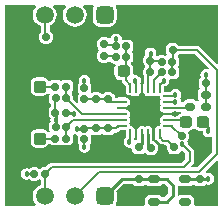
<source format=gtl>
G04*
G04 #@! TF.GenerationSoftware,Altium Limited,Altium Designer,19.1.8 (144)*
G04*
G04 Layer_Physical_Order=1*
G04 Layer_Color=255*
%FSLAX25Y25*%
%MOIN*%
G70*
G01*
G75*
G04:AMPARAMS|DCode=14|XSize=23.62mil|YSize=23.62mil|CornerRadius=5.91mil|HoleSize=0mil|Usage=FLASHONLY|Rotation=270.000|XOffset=0mil|YOffset=0mil|HoleType=Round|Shape=RoundedRectangle|*
%AMROUNDEDRECTD14*
21,1,0.02362,0.01181,0,0,270.0*
21,1,0.01181,0.02362,0,0,270.0*
1,1,0.01181,-0.00591,-0.00591*
1,1,0.01181,-0.00591,0.00591*
1,1,0.01181,0.00591,0.00591*
1,1,0.01181,0.00591,-0.00591*
%
%ADD14ROUNDEDRECTD14*%
G04:AMPARAMS|DCode=15|XSize=25.2mil|YSize=25.2mil|CornerRadius=6.3mil|HoleSize=0mil|Usage=FLASHONLY|Rotation=90.000|XOffset=0mil|YOffset=0mil|HoleType=Round|Shape=RoundedRectangle|*
%AMROUNDEDRECTD15*
21,1,0.02520,0.01260,0,0,90.0*
21,1,0.01260,0.02520,0,0,90.0*
1,1,0.01260,0.00630,0.00630*
1,1,0.01260,0.00630,-0.00630*
1,1,0.01260,-0.00630,-0.00630*
1,1,0.01260,-0.00630,0.00630*
%
%ADD15ROUNDEDRECTD15*%
G04:AMPARAMS|DCode=16|XSize=37.4mil|YSize=41.34mil|CornerRadius=9.35mil|HoleSize=0mil|Usage=FLASHONLY|Rotation=90.000|XOffset=0mil|YOffset=0mil|HoleType=Round|Shape=RoundedRectangle|*
%AMROUNDEDRECTD16*
21,1,0.03740,0.02264,0,0,90.0*
21,1,0.01870,0.04134,0,0,90.0*
1,1,0.01870,0.01132,0.00935*
1,1,0.01870,0.01132,-0.00935*
1,1,0.01870,-0.01132,-0.00935*
1,1,0.01870,-0.01132,0.00935*
%
%ADD16ROUNDEDRECTD16*%
G04:AMPARAMS|DCode=17|XSize=31.5mil|YSize=27.56mil|CornerRadius=6.89mil|HoleSize=0mil|Usage=FLASHONLY|Rotation=180.000|XOffset=0mil|YOffset=0mil|HoleType=Round|Shape=RoundedRectangle|*
%AMROUNDEDRECTD17*
21,1,0.03150,0.01378,0,0,180.0*
21,1,0.01772,0.02756,0,0,180.0*
1,1,0.01378,-0.00886,0.00689*
1,1,0.01378,0.00886,0.00689*
1,1,0.01378,0.00886,-0.00689*
1,1,0.01378,-0.00886,-0.00689*
%
%ADD17ROUNDEDRECTD17*%
G04:AMPARAMS|DCode=18|XSize=25.2mil|YSize=25.2mil|CornerRadius=6.3mil|HoleSize=0mil|Usage=FLASHONLY|Rotation=180.000|XOffset=0mil|YOffset=0mil|HoleType=Round|Shape=RoundedRectangle|*
%AMROUNDEDRECTD18*
21,1,0.02520,0.01260,0,0,180.0*
21,1,0.01260,0.02520,0,0,180.0*
1,1,0.01260,-0.00630,0.00630*
1,1,0.01260,0.00630,0.00630*
1,1,0.01260,0.00630,-0.00630*
1,1,0.01260,-0.00630,-0.00630*
%
%ADD18ROUNDEDRECTD18*%
G04:AMPARAMS|DCode=19|XSize=25.2mil|YSize=24.8mil|CornerRadius=6.2mil|HoleSize=0mil|Usage=FLASHONLY|Rotation=270.000|XOffset=0mil|YOffset=0mil|HoleType=Round|Shape=RoundedRectangle|*
%AMROUNDEDRECTD19*
21,1,0.02520,0.01240,0,0,270.0*
21,1,0.01280,0.02480,0,0,270.0*
1,1,0.01240,-0.00620,-0.00640*
1,1,0.01240,-0.00620,0.00640*
1,1,0.01240,0.00620,0.00640*
1,1,0.01240,0.00620,-0.00640*
%
%ADD19ROUNDEDRECTD19*%
G04:AMPARAMS|DCode=20|XSize=23.62mil|YSize=39.37mil|CornerRadius=5.91mil|HoleSize=0mil|Usage=FLASHONLY|Rotation=90.000|XOffset=0mil|YOffset=0mil|HoleType=Round|Shape=RoundedRectangle|*
%AMROUNDEDRECTD20*
21,1,0.02362,0.02756,0,0,90.0*
21,1,0.01181,0.03937,0,0,90.0*
1,1,0.01181,0.01378,0.00591*
1,1,0.01181,0.01378,-0.00591*
1,1,0.01181,-0.01378,-0.00591*
1,1,0.01181,-0.01378,0.00591*
%
%ADD20ROUNDEDRECTD20*%
G04:AMPARAMS|DCode=21|XSize=25.2mil|YSize=24.8mil|CornerRadius=6.2mil|HoleSize=0mil|Usage=FLASHONLY|Rotation=180.000|XOffset=0mil|YOffset=0mil|HoleType=Round|Shape=RoundedRectangle|*
%AMROUNDEDRECTD21*
21,1,0.02520,0.01240,0,0,180.0*
21,1,0.01280,0.02480,0,0,180.0*
1,1,0.01240,-0.00640,0.00620*
1,1,0.01240,0.00640,0.00620*
1,1,0.01240,0.00640,-0.00620*
1,1,0.01240,-0.00640,-0.00620*
%
%ADD21ROUNDEDRECTD21*%
%ADD22O,0.00984X0.03347*%
%ADD23O,0.03347X0.00984*%
G04:AMPARAMS|DCode=24|XSize=23.62mil|YSize=23.62mil|CornerRadius=5.91mil|HoleSize=0mil|Usage=FLASHONLY|Rotation=0.000|XOffset=0mil|YOffset=0mil|HoleType=Round|Shape=RoundedRectangle|*
%AMROUNDEDRECTD24*
21,1,0.02362,0.01181,0,0,0.0*
21,1,0.01181,0.02362,0,0,0.0*
1,1,0.01181,0.00591,-0.00591*
1,1,0.01181,-0.00591,-0.00591*
1,1,0.01181,-0.00591,0.00591*
1,1,0.01181,0.00591,0.00591*
%
%ADD24ROUNDEDRECTD24*%
G04:AMPARAMS|DCode=25|XSize=41.34mil|YSize=41.34mil|CornerRadius=10.34mil|HoleSize=0mil|Usage=FLASHONLY|Rotation=0.000|XOffset=0mil|YOffset=0mil|HoleType=Round|Shape=RoundedRectangle|*
%AMROUNDEDRECTD25*
21,1,0.04134,0.02067,0,0,0.0*
21,1,0.02067,0.04134,0,0,0.0*
1,1,0.02067,0.01034,-0.01034*
1,1,0.02067,-0.01034,-0.01034*
1,1,0.02067,-0.01034,0.01034*
1,1,0.02067,0.01034,0.01034*
%
%ADD25ROUNDEDRECTD25*%
G04:AMPARAMS|DCode=26|XSize=86.61mil|YSize=41.34mil|CornerRadius=10.34mil|HoleSize=0mil|Usage=FLASHONLY|Rotation=0.000|XOffset=0mil|YOffset=0mil|HoleType=Round|Shape=RoundedRectangle|*
%AMROUNDEDRECTD26*
21,1,0.08661,0.02067,0,0,0.0*
21,1,0.06594,0.04134,0,0,0.0*
1,1,0.02067,0.03297,-0.01034*
1,1,0.02067,-0.03297,-0.01034*
1,1,0.02067,-0.03297,0.01034*
1,1,0.02067,0.03297,0.01034*
%
%ADD26ROUNDEDRECTD26*%
G04:AMPARAMS|DCode=27|XSize=90.55mil|YSize=90.55mil|CornerRadius=4.53mil|HoleSize=0mil|Usage=FLASHONLY|Rotation=0.000|XOffset=0mil|YOffset=0mil|HoleType=Round|Shape=RoundedRectangle|*
%AMROUNDEDRECTD27*
21,1,0.09055,0.08150,0,0,0.0*
21,1,0.08150,0.09055,0,0,0.0*
1,1,0.00906,0.04075,-0.04075*
1,1,0.00906,-0.04075,-0.04075*
1,1,0.00906,-0.04075,0.04075*
1,1,0.00906,0.04075,0.04075*
%
%ADD27ROUNDEDRECTD27*%
G04:AMPARAMS|DCode=28|XSize=59.06mil|YSize=59.06mil|CornerRadius=14.76mil|HoleSize=0mil|Usage=FLASHONLY|Rotation=180.000|XOffset=0mil|YOffset=0mil|HoleType=Round|Shape=RoundedRectangle|*
%AMROUNDEDRECTD28*
21,1,0.05906,0.02953,0,0,180.0*
21,1,0.02953,0.05906,0,0,180.0*
1,1,0.02953,-0.01476,0.01476*
1,1,0.02953,0.01476,0.01476*
1,1,0.02953,0.01476,-0.01476*
1,1,0.02953,-0.01476,-0.01476*
%
%ADD28ROUNDEDRECTD28*%
%ADD29C,0.05906*%
%ADD30C,0.00800*%
%ADD31C,0.01000*%
%ADD32C,0.00500*%
%ADD33C,0.01800*%
G36*
X72835Y49522D02*
X72373Y49331D01*
X66757Y54946D01*
X66294Y55256D01*
X65748Y55364D01*
X65748Y55364D01*
X59774D01*
X59522Y55742D01*
X58982Y56102D01*
X58346Y56229D01*
X57087D01*
X56451Y56102D01*
X55911Y55742D01*
X55551Y55203D01*
X55425Y54567D01*
Y53307D01*
X55551Y52671D01*
X55695Y52456D01*
X55362Y52107D01*
X55338Y52090D01*
X54724Y52212D01*
X53543D01*
X52923Y52089D01*
X52780Y51993D01*
X52628Y51995D01*
X52254Y52368D01*
X52331Y52756D01*
X52184Y53497D01*
X51763Y54126D01*
X51135Y54546D01*
X50394Y54693D01*
X49652Y54546D01*
X49024Y54126D01*
X48604Y53497D01*
X48456Y52756D01*
X48551Y52279D01*
X48431Y52199D01*
X48071Y51660D01*
X47945Y51024D01*
Y49764D01*
X48071Y49128D01*
X48431Y48589D01*
Y48262D01*
X48071Y47723D01*
X47945Y47087D01*
Y45827D01*
X48071Y45191D01*
X48100Y45147D01*
Y42988D01*
X48087Y42968D01*
X47971Y42386D01*
Y40024D01*
X48087Y39441D01*
X48416Y38948D01*
X48910Y38618D01*
X49492Y38502D01*
X50074Y38618D01*
X50476Y38887D01*
X50878Y38618D01*
X51461Y38502D01*
X52043Y38618D01*
X52445Y38887D01*
X52847Y38618D01*
X53392Y38510D01*
X53500Y37965D01*
X53769Y37563D01*
X53500Y37161D01*
X53384Y36579D01*
X53500Y35996D01*
X53769Y35594D01*
X53500Y35192D01*
X53384Y34610D01*
X53500Y34028D01*
X53830Y33535D01*
X54323Y33205D01*
X54905Y33089D01*
X57268D01*
X57850Y33205D01*
X57870Y33218D01*
X60366D01*
X60415Y32718D01*
X60219Y32679D01*
X59579Y32251D01*
X59455Y32065D01*
X57870D01*
X57850Y32079D01*
X57268Y32195D01*
X54905D01*
X54323Y32079D01*
X53830Y31749D01*
X53500Y31255D01*
X53384Y30673D01*
X53500Y30091D01*
X53769Y29689D01*
X53500Y29287D01*
X53392Y28742D01*
X52847Y28634D01*
X52353Y28304D01*
X52024Y27811D01*
X51908Y27228D01*
Y24866D01*
X52024Y24284D01*
X52353Y23790D01*
X52754Y23523D01*
X53664Y22613D01*
X53664Y22613D01*
X54127Y22303D01*
X54673Y22195D01*
X54673Y22195D01*
X55550D01*
X55976Y21769D01*
Y20866D01*
X56102Y20230D01*
X56463Y19691D01*
X57002Y19331D01*
X57638Y19204D01*
X58898D01*
X59534Y19331D01*
X60073Y19691D01*
X60433Y20230D01*
X60469Y20411D01*
X60988Y20458D01*
X61958Y19488D01*
Y17520D01*
X60826Y16388D01*
X17520D01*
X17520Y16388D01*
X16973Y16279D01*
X16510Y15970D01*
X16510Y15970D01*
X15351Y14811D01*
X14567D01*
X13946Y14687D01*
X13420Y14336D01*
X13351D01*
X12825Y14687D01*
X12205Y14811D01*
X11024D01*
X10403Y14687D01*
X9877Y14336D01*
X9875Y14335D01*
X9797Y14388D01*
X9055Y14536D01*
X8314Y14388D01*
X7685Y13968D01*
X7265Y13340D01*
X7118Y12598D01*
X7265Y11857D01*
X7685Y11229D01*
X8314Y10809D01*
X9055Y10661D01*
X9797Y10809D01*
X9875Y10862D01*
X9877Y10861D01*
X10403Y10510D01*
X11024Y10386D01*
X12205D01*
X12825Y10510D01*
X13351Y10861D01*
X13420D01*
X13887Y10549D01*
Y8903D01*
X13085Y8571D01*
X12260Y7937D01*
X11626Y7112D01*
X11228Y6150D01*
X11092Y5118D01*
X11228Y4086D01*
X11626Y3125D01*
X12129Y2468D01*
X11908Y1969D01*
X1969D01*
Y68898D01*
X11908D01*
X12129Y68398D01*
X11626Y67742D01*
X11228Y66780D01*
X11092Y65748D01*
X11228Y64716D01*
X11626Y63755D01*
X12260Y62929D01*
X13085Y62295D01*
X13887Y61963D01*
Y60054D01*
X13814Y60005D01*
X13462Y59479D01*
X13339Y58858D01*
Y57677D01*
X13462Y57057D01*
X13814Y56530D01*
X14340Y56179D01*
X14961Y56055D01*
X16142D01*
X16762Y56179D01*
X17289Y56530D01*
X17640Y57057D01*
X17763Y57677D01*
Y58858D01*
X17640Y59479D01*
X17289Y60005D01*
X16762Y60356D01*
X16742Y60360D01*
Y62159D01*
X17072Y62295D01*
X17898Y62929D01*
X18531Y63755D01*
X18930Y64716D01*
X19066Y65748D01*
X18930Y66780D01*
X18531Y67742D01*
X18028Y68398D01*
X18249Y68898D01*
X21908D01*
X22129Y68398D01*
X21626Y67742D01*
X21228Y66780D01*
X21092Y65748D01*
X21228Y64716D01*
X21626Y63755D01*
X22260Y62929D01*
X23085Y62295D01*
X24047Y61897D01*
X25079Y61761D01*
X26111Y61897D01*
X27072Y62295D01*
X27898Y62929D01*
X28532Y63755D01*
X28930Y64716D01*
X29066Y65748D01*
X28930Y66780D01*
X28532Y67742D01*
X28028Y68398D01*
X28249Y68898D01*
X31212D01*
X31447Y68457D01*
X31270Y68191D01*
X31078Y67224D01*
Y64272D01*
X31270Y63305D01*
X31817Y62486D01*
X32636Y61939D01*
X33602Y61747D01*
X36555D01*
X37521Y61939D01*
X38340Y62486D01*
X38888Y63305D01*
X39080Y64272D01*
Y67224D01*
X38888Y68191D01*
X38710Y68457D01*
X38946Y68898D01*
X72835D01*
Y49522D01*
D02*
G37*
G36*
X69712Y47954D02*
X69466Y47493D01*
X68898Y47607D01*
X68156Y47459D01*
X67528Y47039D01*
X67108Y46411D01*
X66960Y45669D01*
X67108Y44928D01*
X67086Y44819D01*
X66935Y44718D01*
X66575Y44179D01*
X66448Y43543D01*
Y42283D01*
X66575Y41647D01*
X66935Y41109D01*
X66597Y40883D01*
X66224Y40324D01*
X66093Y39665D01*
Y38287D01*
X66224Y37628D01*
X66523Y37181D01*
X66375Y36874D01*
X66294Y36803D01*
X65747Y36854D01*
X65686Y36946D01*
X65127Y37319D01*
X64468Y37450D01*
X62697D01*
X62038Y37319D01*
X61479Y36946D01*
X61181Y36500D01*
X61081Y36478D01*
X60996Y36502D01*
X60556Y36827D01*
X60451Y37356D01*
X60157Y37795D01*
X60451Y38235D01*
X60599Y38976D01*
X60451Y39718D01*
X60031Y40346D01*
X59403Y40766D01*
X58661Y40914D01*
X57920Y40766D01*
X57292Y40346D01*
X57106Y40069D01*
X54950D01*
Y41809D01*
X55466Y41911D01*
X56094Y42331D01*
X56514Y42959D01*
X56662Y43701D01*
X56619Y43913D01*
X56973Y44267D01*
X57087Y44244D01*
X58268D01*
X58888Y44368D01*
X59414Y44719D01*
X59766Y45246D01*
X59889Y45866D01*
Y47047D01*
X59766Y47668D01*
X59414Y48194D01*
Y48263D01*
X59766Y48789D01*
X59889Y49409D01*
Y50591D01*
X59766Y51211D01*
X59543Y51545D01*
X59522Y52114D01*
X59831Y52510D01*
X65157D01*
X69712Y47954D01*
D02*
G37*
G36*
X65288Y27591D02*
X65928Y27163D01*
X66683Y27013D01*
X67550D01*
X67748Y26772D01*
X67895Y26030D01*
X68315Y25402D01*
X68944Y24982D01*
X69685Y24834D01*
X70426Y24982D01*
X70573Y25080D01*
X71013Y24844D01*
Y19883D01*
X65944Y14813D01*
X63942D01*
X63751Y15275D01*
X64395Y15920D01*
X64395Y15920D01*
X64705Y16383D01*
X64813Y16929D01*
Y20079D01*
X64813Y20079D01*
X64705Y20625D01*
X64395Y21088D01*
X62941Y22543D01*
X62813Y23182D01*
X62596Y23507D01*
X62916Y23986D01*
X63039Y24606D01*
Y25787D01*
X62916Y26408D01*
X62845Y26513D01*
X63112Y27013D01*
X63238D01*
X63993Y27163D01*
X64633Y27591D01*
X64711Y27707D01*
X65211D01*
X65288Y27591D01*
D02*
G37*
G36*
X72835Y17013D02*
Y1969D01*
X65328D01*
X64950Y2468D01*
X65008Y2756D01*
Y3937D01*
X64884Y4558D01*
X64533Y5084D01*
X64006Y5435D01*
X63386Y5559D01*
X60630D01*
X60009Y5435D01*
X59881Y5350D01*
X59677Y5419D01*
X59403Y5632D01*
Y8541D01*
X59677Y8754D01*
X59881Y8824D01*
X60009Y8738D01*
X60630Y8614D01*
X63386D01*
X64006Y8738D01*
X64520Y9081D01*
X64536Y9089D01*
X65116Y9073D01*
X65124Y9061D01*
X65663Y8701D01*
X66299Y8574D01*
X67559D01*
X68195Y8701D01*
X68734Y9061D01*
X68835Y9212D01*
X68944Y9234D01*
X69685Y9086D01*
X70426Y9234D01*
X71055Y9654D01*
X71475Y10282D01*
X71622Y11024D01*
X71475Y11765D01*
X71055Y12393D01*
X70426Y12813D01*
X69685Y12961D01*
X69013Y12827D01*
X68841Y12883D01*
X68771Y12930D01*
X68711Y13543D01*
X72373Y17204D01*
X72835Y17013D01*
D02*
G37*
G36*
X44652Y9061D02*
X45191Y8701D01*
X45827Y8574D01*
X47087D01*
X47723Y8701D01*
X48262Y9061D01*
X48277Y9083D01*
X48852Y9089D01*
X48858Y9086D01*
X49379Y8738D01*
X50000Y8614D01*
X52756D01*
X53377Y8738D01*
X53903Y9089D01*
X54041Y9297D01*
X55075D01*
X56345Y8028D01*
Y6145D01*
X55075Y4876D01*
X54041D01*
X53903Y5084D01*
X53377Y5435D01*
X52756Y5559D01*
X50000D01*
X49379Y5435D01*
X48853Y5084D01*
X48502Y4558D01*
X48378Y3937D01*
Y2756D01*
X48436Y2468D01*
X48058Y1969D01*
X38946D01*
X38710Y2410D01*
X38888Y2675D01*
X39080Y3642D01*
Y6594D01*
X39020Y6896D01*
X41460Y9337D01*
X44467D01*
X44652Y9061D01*
D02*
G37*
%LPC*%
G36*
X38976Y59417D02*
X38235Y59270D01*
X37607Y58850D01*
X37187Y58222D01*
X37132Y57945D01*
X36969Y57859D01*
X36588Y57776D01*
X36148Y58071D01*
X35512Y58197D01*
X34252D01*
X33616Y58071D01*
X33077Y57710D01*
X32717Y57171D01*
X32590Y56535D01*
Y55276D01*
X32717Y54640D01*
X32950Y54290D01*
X33037Y53937D01*
X32950Y53584D01*
X32717Y53234D01*
X32590Y52598D01*
Y51339D01*
X32717Y50703D01*
X33077Y50164D01*
X33616Y49803D01*
X34252Y49677D01*
X35512D01*
X36148Y49803D01*
X36687Y50164D01*
X36825D01*
X37042Y49837D01*
X37568Y49486D01*
X38189Y49362D01*
X38430D01*
X38698Y48862D01*
X38482Y48540D01*
X38332Y47785D01*
Y45915D01*
X38482Y45160D01*
X38910Y44520D01*
X39550Y44093D01*
X40218Y43960D01*
X40699Y43846D01*
X40807Y43300D01*
X41117Y42837D01*
X42065Y41888D01*
Y40024D01*
X42181Y39441D01*
X42511Y38948D01*
X43004Y38618D01*
X43587Y38502D01*
X44169Y38618D01*
X44571Y38887D01*
X44973Y38618D01*
X45555Y38502D01*
X46137Y38618D01*
X46631Y38948D01*
X46961Y39441D01*
X47076Y40024D01*
Y42386D01*
X46986Y42841D01*
X47065Y42959D01*
X47213Y43701D01*
X47065Y44442D01*
X46645Y45071D01*
X46017Y45491D01*
X45276Y45638D01*
X44985Y45580D01*
X44720Y45781D01*
X44542Y46002D01*
Y47785D01*
X44392Y48540D01*
X43968Y49175D01*
X43964Y49181D01*
X43970Y49778D01*
X44060Y49837D01*
X44412Y50364D01*
X44535Y50984D01*
Y52165D01*
X44412Y52786D01*
X44060Y53312D01*
Y53381D01*
X44412Y53907D01*
X44535Y54528D01*
Y55709D01*
X44412Y56329D01*
X44060Y56855D01*
X43534Y57207D01*
X42913Y57330D01*
X41732D01*
X41380Y57260D01*
X41256Y57319D01*
X40899Y57603D01*
X40883Y57632D01*
X40766Y58222D01*
X40346Y58850D01*
X39718Y59270D01*
X38976Y59417D01*
D02*
G37*
G36*
X28346Y45638D02*
X27605Y45491D01*
X26977Y45071D01*
X26557Y44442D01*
X26409Y43701D01*
X26557Y42959D01*
X26610Y42880D01*
X26609Y42879D01*
X26258Y42353D01*
X26134Y41732D01*
Y40551D01*
X26258Y39931D01*
X26609Y39404D01*
Y39336D01*
X26258Y38810D01*
X26134Y38189D01*
Y37008D01*
X26228Y36537D01*
X25767Y36291D01*
X24456Y37602D01*
Y38386D01*
X24333Y39006D01*
X24110Y39340D01*
X24089Y39927D01*
X24449Y40466D01*
X24575Y41102D01*
Y42362D01*
X24449Y42998D01*
X24089Y43537D01*
X23549Y43898D01*
X22913Y44024D01*
X21654D01*
X21018Y43898D01*
X20479Y43537D01*
X20466D01*
X19927Y43898D01*
X19291Y44024D01*
X18032D01*
X17395Y43898D01*
X16937Y43591D01*
X16717Y43577D01*
X16351Y43682D01*
X15984Y44232D01*
X15311Y44681D01*
X14518Y44839D01*
X12451D01*
X11657Y44681D01*
X10985Y44232D01*
X10535Y43559D01*
X10378Y42766D01*
Y40699D01*
X10535Y39905D01*
X10985Y39233D01*
X11657Y38783D01*
X12451Y38625D01*
X14518D01*
X15311Y38783D01*
X15984Y39233D01*
X16147Y39477D01*
X16641Y39556D01*
X16837Y39402D01*
X16835Y39340D01*
X16612Y39006D01*
X16488Y38386D01*
Y37205D01*
X16612Y36584D01*
X16963Y36058D01*
X17254Y35864D01*
Y35141D01*
X16856Y34876D01*
X16496Y34337D01*
X16370Y33701D01*
Y32441D01*
X16496Y31805D01*
X16856Y31266D01*
X17046Y31139D01*
X16960Y30709D01*
X17071Y30155D01*
X16963Y30084D01*
X16612Y29558D01*
X16488Y28937D01*
Y27756D01*
X16612Y27135D01*
X16835Y26801D01*
X16837Y26740D01*
X16641Y26586D01*
X16147Y26665D01*
X15984Y26909D01*
X15311Y27358D01*
X14518Y27516D01*
X12451D01*
X11657Y27358D01*
X10985Y26909D01*
X10535Y26236D01*
X10378Y25443D01*
Y23376D01*
X10535Y22583D01*
X10985Y21910D01*
X11657Y21461D01*
X12451Y21303D01*
X14518D01*
X15311Y21461D01*
X15984Y21910D01*
X16351Y22460D01*
X16717Y22565D01*
X16937Y22551D01*
X17395Y22244D01*
X18032Y22118D01*
X19291D01*
X19927Y22244D01*
X20466Y22604D01*
X20479D01*
X21018Y22244D01*
X21654Y22118D01*
X22913D01*
X23549Y22244D01*
X24089Y22604D01*
X24449Y23144D01*
X24575Y23779D01*
Y25039D01*
X24449Y25675D01*
X24421Y25717D01*
X24781Y26078D01*
X25243Y25769D01*
X25832Y25652D01*
X25861Y25636D01*
X26146Y25280D01*
X26204Y25156D01*
X26134Y24803D01*
Y23622D01*
X26258Y23001D01*
X26609Y22475D01*
X26610Y22474D01*
X26557Y22395D01*
X26409Y21654D01*
X26557Y20912D01*
X26977Y20284D01*
X27605Y19864D01*
X28346Y19716D01*
X29088Y19864D01*
X29716Y20284D01*
X30136Y20912D01*
X30284Y21654D01*
X30136Y22395D01*
X30083Y22474D01*
X30084Y22475D01*
X30435Y23001D01*
X30559Y23622D01*
Y24803D01*
X30437Y25417D01*
X30453Y25441D01*
X30803Y25773D01*
X31018Y25630D01*
X31653Y25504D01*
X32913D01*
X33549Y25630D01*
X33899Y25864D01*
X34252Y25950D01*
X34605Y25864D01*
X34955Y25630D01*
X35591Y25504D01*
X36850D01*
X37486Y25630D01*
X38026Y25990D01*
X38278Y26368D01*
X38819D01*
X38819Y26368D01*
X39365Y26476D01*
X39828Y26786D01*
X40226Y27183D01*
X42065D01*
Y24866D01*
X42097Y24705D01*
X41937Y24598D01*
X41517Y23970D01*
X41370Y23228D01*
X41517Y22487D01*
X41937Y21858D01*
X42566Y21439D01*
X43307Y21291D01*
X43665Y21362D01*
X44165Y20961D01*
Y20896D01*
X44291Y20264D01*
X44649Y19728D01*
X45185Y19370D01*
X45817Y19244D01*
X47096D01*
X47729Y19370D01*
X48052Y19586D01*
X48690Y19533D01*
X48743Y19452D01*
X49279Y19094D01*
X49911Y18968D01*
X51152D01*
X51784Y19094D01*
X52320Y19452D01*
X52678Y19988D01*
X52803Y20620D01*
Y21900D01*
X52678Y22532D01*
X52320Y23068D01*
X51784Y23426D01*
X51152Y23551D01*
X51021D01*
Y26047D01*
X51013Y26088D01*
Y27228D01*
X50898Y27811D01*
X50568Y28304D01*
X50074Y28634D01*
X49492Y28750D01*
X48910Y28634D01*
X48508Y28365D01*
X48106Y28634D01*
X47524Y28750D01*
X46941Y28634D01*
X46448Y28304D01*
X46118Y27811D01*
X46002Y27228D01*
Y26088D01*
X45994Y26047D01*
Y24064D01*
X45494Y23815D01*
X45269Y23902D01*
X44992Y24284D01*
X45108Y24866D01*
Y27228D01*
X44992Y27811D01*
X44662Y28304D01*
X44169Y28634D01*
X43624Y28742D01*
X43516Y29287D01*
X43247Y29689D01*
X43516Y30091D01*
X43632Y30673D01*
X43516Y31255D01*
X43247Y31657D01*
X43516Y32059D01*
X43632Y32642D01*
X43516Y33224D01*
X43186Y33718D01*
X42693Y34047D01*
X42110Y34163D01*
X40496D01*
Y35057D01*
X42110D01*
X42693Y35173D01*
X43186Y35503D01*
X43516Y35996D01*
X43632Y36579D01*
X43516Y37161D01*
X43186Y37655D01*
X42693Y37984D01*
X42110Y38100D01*
X39748D01*
X39276Y38006D01*
X38512D01*
Y38189D01*
X38386Y38825D01*
X38026Y39364D01*
X37486Y39724D01*
X36850Y39851D01*
X35591D01*
X34955Y39724D01*
X34415Y39364D01*
X34089D01*
X33549Y39724D01*
X32913Y39851D01*
X31653D01*
X31018Y39724D01*
X30803Y39581D01*
X30453Y39914D01*
X30437Y39937D01*
X30559Y40551D01*
Y41732D01*
X30435Y42353D01*
X30084Y42879D01*
X30083Y42880D01*
X30136Y42959D01*
X30284Y43701D01*
X30136Y44442D01*
X29716Y45071D01*
X29088Y45491D01*
X28346Y45638D01*
D02*
G37*
%LPD*%
D14*
X38780Y55118D02*
D03*
X42323D02*
D03*
X42323Y51575D02*
D03*
X38780D02*
D03*
X57677Y50000D02*
D03*
X54134D02*
D03*
X57677Y46457D02*
D03*
X54134D02*
D03*
X60827Y25197D02*
D03*
X64370D02*
D03*
X18701Y37795D02*
D03*
X22244D02*
D03*
X18701Y28346D02*
D03*
X22244D02*
D03*
X12008Y58268D02*
D03*
X15551D02*
D03*
X15157Y12598D02*
D03*
X11614D02*
D03*
D15*
X31260Y55905D02*
D03*
X34882D02*
D03*
X31260Y51968D02*
D03*
X34882D02*
D03*
X46614Y50394D02*
D03*
X50236D02*
D03*
X46614Y46457D02*
D03*
X50236D02*
D03*
X54094Y53937D02*
D03*
X57717D02*
D03*
X68740Y42913D02*
D03*
X65118D02*
D03*
X22284Y33071D02*
D03*
X18661D02*
D03*
X18661Y41732D02*
D03*
X22284D02*
D03*
X18661Y24409D02*
D03*
X22284D02*
D03*
D16*
X41437Y46850D02*
D03*
X35728D02*
D03*
X67815Y29921D02*
D03*
X62106D02*
D03*
D17*
X68701Y38976D02*
D03*
X63583D02*
D03*
Y35039D02*
D03*
X68701D02*
D03*
D18*
X58268Y17874D02*
D03*
Y21496D02*
D03*
X46457Y7244D02*
D03*
Y10866D02*
D03*
X66929Y7244D02*
D03*
Y10866D02*
D03*
X36220Y41181D02*
D03*
Y37559D02*
D03*
X32283Y41181D02*
D03*
Y37559D02*
D03*
X36220Y24173D02*
D03*
Y27795D02*
D03*
X32283Y24173D02*
D03*
Y27795D02*
D03*
D19*
X50532Y21260D02*
D03*
X54193D02*
D03*
D20*
X62008Y10827D02*
D03*
Y3347D02*
D03*
X51378D02*
D03*
Y7087D02*
D03*
Y10827D02*
D03*
D21*
X46457Y21516D02*
D03*
Y17854D02*
D03*
D22*
X43587Y41205D02*
D03*
X45555D02*
D03*
X47524D02*
D03*
X49492D02*
D03*
X51461D02*
D03*
X53429D02*
D03*
Y26047D02*
D03*
X51461D02*
D03*
X49492D02*
D03*
X47524D02*
D03*
X45555D02*
D03*
X43587D02*
D03*
D23*
X56087Y38547D02*
D03*
Y36579D02*
D03*
Y34610D02*
D03*
Y32642D02*
D03*
Y30673D02*
D03*
Y28705D02*
D03*
X40929D02*
D03*
Y30673D02*
D03*
Y32642D02*
D03*
Y34610D02*
D03*
Y36579D02*
D03*
Y38547D02*
D03*
D24*
X28346Y37598D02*
D03*
Y41142D02*
D03*
Y27756D02*
D03*
Y24213D02*
D03*
D25*
X13484Y24409D02*
D03*
X13484Y41732D02*
D03*
D26*
X7480Y18602D02*
D03*
Y30217D02*
D03*
X7480Y35925D02*
D03*
Y47539D02*
D03*
D27*
X48508Y33626D02*
D03*
D28*
X35079Y5118D02*
D03*
Y65748D02*
D03*
D29*
X25079Y5118D02*
D03*
X15079D02*
D03*
X5079D02*
D03*
X25079Y65748D02*
D03*
X15079D02*
D03*
X5079D02*
D03*
D30*
X24571Y30673D02*
X40929D01*
X22244Y28346D02*
X24571Y30673D01*
X15315Y5354D02*
Y12756D01*
X51181Y36614D02*
X51496D01*
X51181Y30709D02*
Y31102D01*
X49642Y32642D02*
X51181Y31102D01*
X27398Y32642D02*
X40929D01*
X22244Y37795D02*
X27398Y32642D01*
X18681Y33091D02*
Y37776D01*
X69606Y7165D02*
X69685Y7087D01*
X67008Y7165D02*
X69606D01*
X66929Y7244D02*
X67008Y7165D01*
X64173Y7087D02*
X64252Y7165D01*
X66850D01*
X66929Y7244D01*
X51378Y7087D02*
X54724D01*
X43701D02*
X43780Y7165D01*
X46378D01*
X46457Y7244D01*
X46614Y7087D01*
X51378D01*
X63386Y16929D02*
Y20079D01*
X61417Y14961D02*
X63386Y16929D01*
X17520Y14961D02*
X61417D01*
X61024Y22441D02*
X63386Y20079D01*
X15315Y12756D02*
Y13150D01*
X15157Y12598D02*
X15315Y12756D01*
X17520Y14961D01*
X66535Y13386D02*
X72441Y19291D01*
X33347Y13386D02*
X66535D01*
X25079Y5118D02*
X33347Y13386D01*
X9055Y12598D02*
X11614D01*
X64468Y25197D02*
X66929D01*
X64468Y25098D02*
Y25197D01*
X49492Y32642D02*
X51461Y30673D01*
X43593Y38512D02*
X47495Y34610D01*
X45555Y30673D02*
X45669Y30787D01*
X65748Y53937D02*
X72441Y47244D01*
Y19291D02*
Y47244D01*
X57717Y53937D02*
X65748D01*
X68701Y35039D02*
X69291D01*
X68701D02*
Y38976D01*
X65354Y43150D02*
Y45669D01*
X68898Y43071D02*
Y45669D01*
X68740Y42913D02*
X68898Y43071D01*
X40911Y34628D02*
X40929Y34610D01*
X48658Y33626D02*
X49642Y32642D01*
X56087D01*
X49492D02*
X49642D01*
X48508Y33626D02*
X49492Y32642D01*
X47524Y34610D02*
Y41205D01*
X47495Y34610D02*
X47524D01*
X40929D02*
X47495D01*
X48479Y33626D01*
X48508D01*
X40964Y38512D02*
X43593D01*
X40929Y38547D02*
X40964Y38512D01*
X45669Y36465D02*
X47524Y34610D01*
X48508Y33626D01*
X51461Y26047D02*
Y30673D01*
X45669Y30787D02*
X48508Y33626D01*
X45555Y26047D02*
Y30673D01*
X48508Y33626D02*
X48658D01*
X48508D02*
X51496Y36614D01*
X45669Y30709D02*
Y30787D01*
Y36465D02*
Y36614D01*
X39728Y28705D02*
X40929D01*
X38819Y27795D02*
X39728Y28705D01*
X36220Y27795D02*
X38819D01*
X62992Y42913D02*
X65118D01*
X65354Y43150D01*
Y40708D02*
Y42677D01*
X65118Y42913D02*
X65354Y42677D01*
X63623Y38976D02*
X65354Y40708D01*
X63583Y38976D02*
X63623D01*
X68721Y42894D02*
X68740Y42913D01*
X68721Y38996D02*
Y42894D01*
X68701Y38976D02*
X68721Y38996D01*
X64370Y25197D02*
X64468Y25098D01*
X60866Y17874D02*
X61024Y17717D01*
X58268Y17874D02*
X60866D01*
X54262Y17785D02*
X54331Y17717D01*
X54262Y17785D02*
Y21191D01*
X54193Y21260D02*
X54262Y21191D01*
X49144Y17785D02*
X49213Y17717D01*
X46526Y17785D02*
X49144D01*
X46457Y17854D02*
X46526Y17785D01*
X11516Y12500D02*
X11614Y12598D01*
X9449Y58268D02*
X12008D01*
X12008Y58268D01*
X28346Y21654D02*
Y24213D01*
Y41142D02*
Y43701D01*
X32283Y24173D02*
X36220D01*
X32283Y21654D02*
Y24173D01*
X36220Y21654D02*
Y24173D01*
X15079Y65748D02*
X15315Y65512D01*
Y58504D02*
Y65512D01*
Y58504D02*
X15551Y58268D01*
X15079Y5118D02*
X15315Y5354D01*
Y13150D02*
X15551Y13386D01*
X18661Y33071D02*
X18681Y33091D01*
Y37776D02*
X18701Y37795D01*
X28346Y27756D02*
X28366Y27776D01*
X32264D01*
X32283Y27795D01*
X36220D01*
X22244Y37795D02*
X22264Y37815D01*
Y41713D01*
X22284Y41732D01*
X13484Y41732D02*
X18661D01*
X18661Y41732D01*
X13484Y24409D02*
X18661D01*
X22264Y24429D02*
X22284Y24409D01*
X22264Y24429D02*
Y28327D01*
X22244Y28346D02*
X22264Y28327D01*
X28740Y55905D02*
X31260D01*
X28740Y51968D02*
X31260D01*
X32283Y46850D02*
X35728D01*
X32283Y41181D02*
Y43701D01*
X36220Y41181D02*
Y43701D01*
X28346Y37598D02*
X28366Y37579D01*
X32264D01*
X32283Y37559D01*
X36220D01*
X37201Y36579D02*
X40929D01*
X36220Y37559D02*
X37201Y36579D01*
X51968Y55905D02*
X52047D01*
X54016Y53937D01*
X54094D01*
X46614Y52520D02*
X46850Y52756D01*
X46614Y50394D02*
Y52520D01*
X50315Y52677D02*
X50394Y52756D01*
X50315Y50472D02*
Y52677D01*
X50236Y50394D02*
X50315Y50472D01*
X58626Y32642D02*
X58661Y32677D01*
X56087Y32642D02*
X58626D01*
X63189Y34646D02*
X63583Y35039D01*
X56122Y34646D02*
X63189D01*
X56087Y34610D02*
X56122Y34646D01*
X38878Y57382D02*
X38976Y57480D01*
X38878Y55216D02*
Y57382D01*
X57677Y46457D02*
Y50000D01*
X57697Y50020D01*
Y53917D01*
X57717Y53937D01*
X53937Y50197D02*
X54134Y50000D01*
X50433Y50197D02*
X53937D01*
X50236Y50394D02*
X50433Y50197D01*
X38780Y55118D02*
X38878Y55216D01*
X38386Y55512D02*
X38780Y55118D01*
X35276Y55512D02*
X38386D01*
X34882Y55905D02*
X35276Y55512D01*
X34882Y51968D02*
X35079Y51772D01*
X38583D01*
X38780Y51575D01*
X42126Y54921D02*
X42323Y55118D01*
X42126Y51772D02*
Y54921D01*
Y51772D02*
X42323Y51575D01*
X42126Y51378D02*
X42323Y51575D01*
X42126Y47539D02*
Y51378D01*
X41437Y46850D02*
X42126Y47539D01*
X41437Y46850D02*
X42126Y46161D01*
Y43846D02*
Y46161D01*
Y43846D02*
X43587Y42386D01*
Y41205D02*
Y42386D01*
X43307Y23228D02*
Y23499D01*
X43551Y23743D01*
Y26012D01*
X43587Y26047D01*
X53429Y41205D02*
Y42396D01*
X54724Y43691D02*
Y43701D01*
X53429Y42396D02*
X54724Y43691D01*
X45276Y43430D02*
Y43701D01*
Y43430D02*
X45520Y43186D01*
Y41240D02*
Y43186D01*
Y41240D02*
X45555Y41205D01*
X51496Y43819D02*
X54134Y46457D01*
X51496Y41240D02*
Y43819D01*
X49527Y41240D02*
Y45748D01*
X50236Y46457D01*
X46614Y46332D02*
X47524Y45423D01*
Y41205D02*
Y45423D01*
X46614Y46457D02*
Y50394D01*
X50236Y46457D02*
Y50394D01*
X46614Y46332D02*
Y46457D01*
X49492Y41205D02*
X49527Y41240D01*
X51461Y41205D02*
X51496Y41240D01*
X57319Y28705D02*
X60827Y25197D01*
X56087Y28705D02*
X57319D01*
X61390Y30638D02*
X62106Y29921D01*
X56122Y30638D02*
X61390D01*
X56087Y30673D02*
X56122Y30638D01*
X58391Y38976D02*
X58661D01*
X57997Y38583D02*
X58391Y38976D01*
X56122Y38583D02*
X57997D01*
X56087Y38547D02*
X56122Y38583D01*
X58644Y36596D02*
X58661Y36614D01*
X56104Y36596D02*
X58644D01*
X56087Y36579D02*
X56104Y36596D01*
X56142Y23622D02*
X58268Y21496D01*
X55512Y23622D02*
X56142D01*
X54673D02*
X55512D01*
X53429Y24866D02*
X54673Y23622D01*
D31*
X24650Y32830D02*
X24803Y32677D01*
X22524Y32830D02*
X24650D01*
X18779Y30827D02*
X18898Y30709D01*
X18799Y30610D02*
X18898Y30709D01*
X18779Y30827D02*
Y32953D01*
X18799Y28445D02*
Y30610D01*
X22284Y33071D02*
X22524Y32830D01*
X55709Y10827D02*
X57874Y8661D01*
X51378Y10827D02*
X55709D01*
X51358Y10847D02*
X51378Y10827D01*
X57874Y5512D02*
Y8661D01*
X55709Y3347D02*
X57874Y5512D01*
X51378Y3347D02*
X55709D01*
X66929Y10866D02*
X67008Y10945D01*
X67087Y11024D02*
X69685D01*
X67008Y10945D02*
X67087Y11024D01*
X62047Y10866D02*
X66929D01*
X62008Y10827D02*
X62047Y10866D01*
X46476Y10847D02*
X51358D01*
X46457Y10866D02*
X46476Y10847D01*
X40827Y10866D02*
X46457D01*
X35079Y5118D02*
X40827Y10866D01*
X69685Y26772D02*
Y27959D01*
X67815Y29829D02*
X69685Y27959D01*
X67815Y29829D02*
Y29921D01*
X25984Y27559D02*
X26083Y27657D01*
X28248D01*
X28346Y27756D01*
X18701Y28346D02*
X18799Y28445D01*
X18661Y33071D02*
X18779Y32953D01*
X46457Y21516D02*
Y21561D01*
X47524Y22628D01*
Y26047D01*
X50532Y21260D02*
Y21344D01*
X49492Y22384D02*
X50532Y21344D01*
X49492Y22384D02*
Y26047D01*
D32*
X53429Y24866D02*
Y26047D01*
D33*
X5118Y41732D02*
D03*
X51181Y36614D02*
D03*
Y30709D02*
D03*
X67500Y60000D02*
D03*
X62500D02*
D03*
X25000Y55000D02*
D03*
X20000D02*
D03*
X22500Y50000D02*
D03*
X17500D02*
D03*
X5000Y55000D02*
D03*
Y25000D02*
D03*
X24803Y32677D02*
D03*
X18898Y30709D02*
D03*
X69685Y11024D02*
D03*
Y7087D02*
D03*
X64173D02*
D03*
X54724D02*
D03*
X43701D02*
D03*
X61024Y22441D02*
D03*
X9055Y12598D02*
D03*
X66929Y25197D02*
D03*
X69685Y26772D02*
D03*
X65354Y45669D02*
D03*
X68898D02*
D03*
X45669Y30709D02*
D03*
Y36614D02*
D03*
X62992Y42913D02*
D03*
X61024Y17717D02*
D03*
X54331D02*
D03*
X49213Y17717D02*
D03*
X9449Y58268D02*
D03*
X28346Y21654D02*
D03*
Y43701D02*
D03*
X32283Y21654D02*
D03*
X36220D02*
D03*
X25984Y27559D02*
D03*
X28740Y55905D02*
D03*
Y51968D02*
D03*
X32283Y46850D02*
D03*
Y43701D02*
D03*
X36220D02*
D03*
X51968Y55905D02*
D03*
X46850Y52756D02*
D03*
X50394D02*
D03*
X58661Y32677D02*
D03*
X38976Y57480D02*
D03*
X43307Y23228D02*
D03*
X54724Y43701D02*
D03*
X45276D02*
D03*
X58661Y38976D02*
D03*
Y36614D02*
D03*
M02*

</source>
